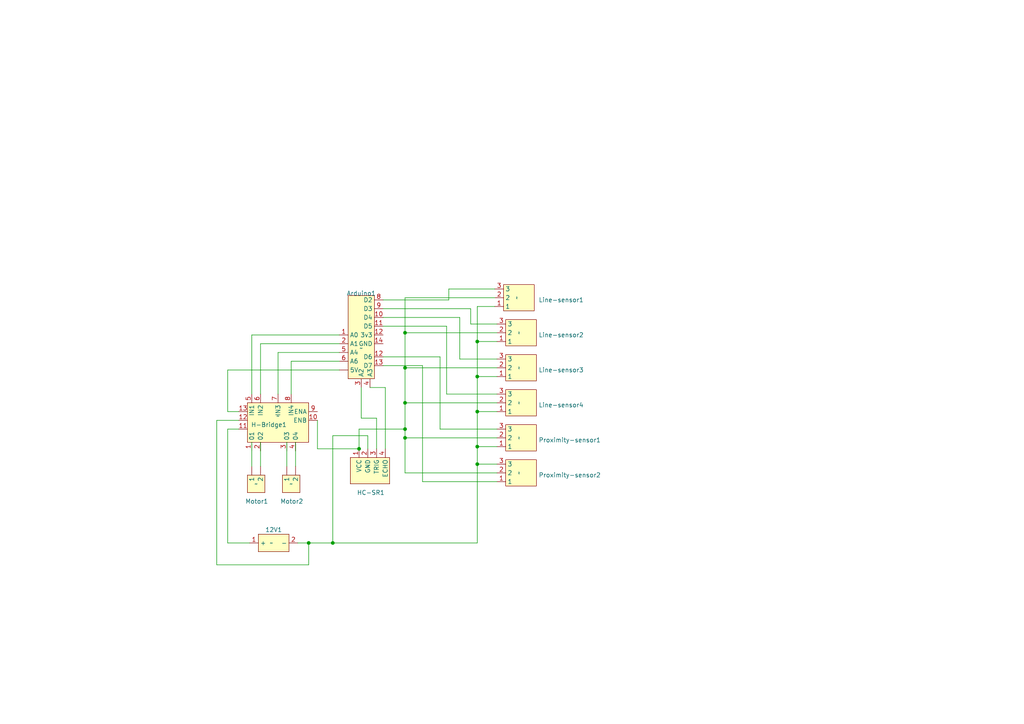
<source format=kicad_sch>
(kicad_sch (version 20230121) (generator eeschema)
  (paper "A4")
  (lib_symbols
    (symbol "Line_follower_lib:Arduino_Nano_33_IoT"
      (property "Reference" "Arduino" (at -1.27 8.89 90))
      (symbol "Arduino_Nano_33_IoT_0_1"
        (rectangle (start -3.81 15.24) (end 3.81 -8.89) (fill (type background)))
      )
      (symbol "Arduino_Nano_33_IoT_1_1"
        (pin input line (at -6.35 -6.35 0) (length 2.54) (name "5V") (number ""))
        (pin bidirectional line (at -6.35 3.81 0) (length 2.54) (name "A0") (number "1"))
        (pin bidirectional line (at 6.35 8.89 180) (length 2.54) (name "D4") (number "10"))
        (pin bidirectional line (at 6.35 6.35 180) (length 2.54) (name "D5") (number "11"))
        (pin bidirectional line (at 6.35 3.81 180) (length 2.54) (name "3v3") (number "12"))
        (pin bidirectional line (at 6.35 -2.54 180) (length 2.54) (name "D6") (number "12"))
        (pin bidirectional line (at 6.35 -5.08 180) (length 2.54) (name "D7") (number "13"))
        (pin bidirectional line (at 6.35 1.27 180) (length 2.54) (name "GND") (number "14"))
        (pin bidirectional line (at -6.35 1.27 0) (length 2.54) (name "A1") (number "2"))
        (pin bidirectional line (at 0 -11.43 90) (length 2.54) (name "A2") (number "3"))
        (pin bidirectional line (at 2.54 -11.43 90) (length 2.54) (name "A3") (number "4"))
        (pin bidirectional line (at -6.35 -1.27 0) (length 2.54) (name "A4") (number "5"))
        (pin bidirectional line (at -6.35 -3.81 0) (length 2.54) (name "A6") (number "6"))
        (pin bidirectional line (at 6.35 13.97 180) (length 2.54) (name "D2") (number "8"))
        (pin bidirectional line (at 6.35 11.43 180) (length 2.54) (name "D3") (number "9"))
      )
    )
    (symbol "Line_follower_lib:Battery"
      (property "Reference" "12V" (at 0 0 0))
      (symbol "Battery_0_1"
        (rectangle (start -3.81 2.54) (end 5.08 -2.54) (fill (type background)))
      )
      (symbol "Battery_1_1"
        (pin output line (at -6.35 0 0) (length 2.54) (name "+") (number "1"))
        (pin output line (at 7.62 0 180) (length 2.54) (name "-") (number "2"))
      )
    )
    (symbol "Line_follower_lib:H-Bridge"
      (property "Reference" "H-Bridge" (at -2.54 -1.27 0))
      (symbol "H-Bridge_0_1"
        (rectangle (start -8.89 3.81) (end 8.89 -7.62) (fill (type background)))
      )
      (symbol "H-Bridge_1_1"
        (pin output line (at -7.62 -10.16 90) (length 2.54) (name "01") (number "1"))
        (pin bidirectional line (at 11.43 -1.27 180) (length 2.54) (name "ENB") (number "10"))
        (pin output line (at -11.43 -3.81 0) (length 2.54) (name "") (number "11"))
        (pin output line (at -11.43 -1.27 0) (length 2.54) (name "") (number "12"))
        (pin output line (at -11.43 1.27 0) (length 2.54) (name "") (number "13"))
        (pin output line (at -5.08 -10.16 90) (length 2.54) (name "02") (number "2"))
        (pin output line (at 2.54 -10.16 90) (length 2.54) (name "03") (number "3"))
        (pin output line (at 5.08 -10.16 90) (length 2.54) (name "04") (number "4"))
        (pin input line (at -7.62 6.35 270) (length 2.54) (name "IN1") (number "5"))
        (pin input line (at -5.08 6.35 270) (length 2.54) (name "IN2") (number "6"))
        (pin input line (at 0 6.35 270) (length 2.54) (name "IN3") (number "7"))
        (pin input line (at 3.81 6.35 270) (length 2.54) (name "IN4") (number "8"))
        (pin bidirectional line (at 11.43 1.27 180) (length 2.54) (name "ENA") (number "9"))
      )
    )
    (symbol "Line_follower_lib:HC-SR04"
      (property "Reference" "HC-SR04" (at 0 -3.81 0))
      (symbol "HC-SR04_0_1"
        (rectangle (start -5.08 2.54) (end 6.35 -5.08) (fill (type background)))
      )
      (symbol "HC-SR04_1_1"
        (pin bidirectional line (at -2.54 5.08 270) (length 2.54) (name "VCC") (number "1"))
        (pin bidirectional line (at 0 5.08 270) (length 2.54) (name "GND") (number "2"))
        (pin bidirectional line (at 2.54 5.08 270) (length 2.54) (name "TRIG") (number "3"))
        (pin bidirectional line (at 5.08 5.08 270) (length 2.54) (name "ECHO") (number "4"))
      )
    )
    (symbol "Line_follower_lib:Motor"
      (property "Reference" "M" (at 0 -1.27 0))
      (symbol "Motor_0_1"
        (rectangle (start -2.54 2.54) (end 2.54 -2.54) (fill (type background)))
      )
      (symbol "Motor_1_1"
        (pin bidirectional line (at -1.27 5.08 270) (length 2.54) (name "1") (number ""))
        (pin bidirectional line (at 1.27 5.08 270) (length 2.54) (name "2") (number ""))
      )
    )
    (symbol "Line_follower_lib:Sensor"
      (property "Reference" "Sensor" (at 0 -1.27 90))
      (symbol "Sensor_0_1"
        (rectangle (start -3.81 3.81) (end 3.81 -5.08) (fill (type background)))
      )
      (symbol "Sensor_1_1"
        (pin bidirectional line (at -2.54 6.35 270) (length 2.54) (name "1") (number "1"))
        (pin bidirectional line (at 0 6.35 270) (length 2.54) (name "2") (number "2"))
        (pin bidirectional line (at 2.54 6.35 270) (length 2.54) (name "3") (number "3"))
      )
    )
  )
  (junction (at 104.14 130.175))
  (junction (at 117.475 116.84))
  (junction (at 138.43 119.38))
  (junction (at 117.475 106.68))
  (junction (at 138.43 109.22))
  (junction (at 89.535 157.48))
  (junction (at 117.475 96.52))
  (junction (at 117.475 127))
  (junction (at 96.52 157.48))
  (junction (at 138.43 99.06))
  (junction (at 117.475 124.46))
  (junction (at 138.43 134.62))
  (junction (at 138.43 129.54))
  (wire (pts (xy 104.775 121.285) (xy 109.22 121.285)))
  (wire (pts (xy 138.43 134.62) (xy 144.145 134.62)))
  (wire (pts (xy 117.475 106.68) (xy 144.145 106.68)))
  (wire (pts (xy 117.475 86.36) (xy 117.475 96.52)))
  (wire (pts (xy 62.865 121.92) (xy 69.215 121.92)))
  (wire (pts (xy 117.475 96.52) (xy 144.145 96.52)))
  (wire (pts (xy 138.43 119.38) (xy 138.43 129.54)))
  (wire (pts (xy 104.14 130.175) (xy 92.075 130.175)))
  (wire (pts (xy 130.175 83.82) (xy 143.51 83.82)))
  (wire (pts (xy 73.025 97.155) (xy 73.025 114.3)))
  (wire (pts (xy 66.04 124.46) (xy 69.215 124.46)))
  (wire (pts (xy 98.425 99.695) (xy 75.565 99.695)))
  (wire (pts (xy 117.475 124.46) (xy 104.14 124.46)))
  (wire (pts (xy 138.43 109.22) (xy 138.43 119.38)))
  (wire (pts (xy 117.475 116.84) (xy 144.145 116.84)))
  (wire (pts (xy 117.475 116.84) (xy 117.475 124.46)))
  (wire (pts (xy 107.315 112.395) (xy 111.76 112.395)))
  (wire (pts (xy 72.39 157.48) (xy 66.04 157.48)))
  (wire (pts (xy 122.555 106.045) (xy 122.555 139.7)))
  (wire (pts (xy 138.43 129.54) (xy 138.43 134.62)))
  (wire (pts (xy 104.14 124.46) (xy 104.14 130.175)))
  (wire (pts (xy 80.645 102.235) (xy 80.645 114.3)))
  (wire (pts (xy 138.43 99.06) (xy 144.145 99.06)))
  (wire (pts (xy 133.35 92.075) (xy 133.35 104.14)))
  (wire (pts (xy 98.425 102.235) (xy 80.645 102.235)))
  (wire (pts (xy 138.43 134.62) (xy 138.43 157.48)))
  (wire (pts (xy 144.145 137.16) (xy 117.475 137.16)))
  (wire (pts (xy 96.52 126.365) (xy 96.52 157.48)))
  (wire (pts (xy 136.525 89.535) (xy 136.525 93.98)))
  (wire (pts (xy 129.54 114.3) (xy 144.145 114.3)))
  (wire (pts (xy 143.51 88.9) (xy 138.43 88.9)))
  (wire (pts (xy 133.35 104.14) (xy 144.145 104.14)))
  (wire (pts (xy 66.04 107.315) (xy 66.04 119.38)))
  (wire (pts (xy 143.51 86.36) (xy 117.475 86.36)))
  (wire (pts (xy 109.22 121.285) (xy 109.22 130.175)))
  (wire (pts (xy 136.525 93.98) (xy 144.145 93.98)))
  (wire (pts (xy 106.68 126.365) (xy 96.52 126.365)))
  (wire (pts (xy 138.43 99.06) (xy 138.43 109.22)))
  (wire (pts (xy 62.865 163.83) (xy 62.865 121.92)))
  (wire (pts (xy 111.125 106.045) (xy 122.555 106.045)))
  (wire (pts (xy 98.425 97.155) (xy 73.025 97.155)))
  (wire (pts (xy 111.125 86.995) (xy 130.175 86.995)))
  (wire (pts (xy 111.125 103.505) (xy 127.635 103.505)))
  (wire (pts (xy 73.025 128.27) (xy 73.025 135.255)))
  (wire (pts (xy 89.535 157.48) (xy 89.535 163.83)))
  (wire (pts (xy 75.565 128.27) (xy 75.565 135.255)))
  (wire (pts (xy 138.43 157.48) (xy 96.52 157.48)))
  (wire (pts (xy 117.475 106.68) (xy 117.475 116.84)))
  (wire (pts (xy 127.635 124.46) (xy 144.145 124.46)))
  (wire (pts (xy 89.535 163.83) (xy 62.865 163.83)))
  (wire (pts (xy 130.175 86.995) (xy 130.175 83.82)))
  (wire (pts (xy 122.555 139.7) (xy 144.145 139.7)))
  (wire (pts (xy 66.04 157.48) (xy 66.04 124.46)))
  (wire (pts (xy 111.76 112.395) (xy 111.76 130.175)))
  (wire (pts (xy 92.075 130.175) (xy 92.075 121.92)))
  (wire (pts (xy 111.125 89.535) (xy 136.525 89.535)))
  (wire (pts (xy 86.36 157.48) (xy 89.535 157.48)))
  (wire (pts (xy 117.475 127) (xy 117.475 124.46)))
  (wire (pts (xy 98.425 107.315) (xy 66.04 107.315)))
  (wire (pts (xy 138.43 109.22) (xy 144.145 109.22)))
  (wire (pts (xy 127.635 103.505) (xy 127.635 124.46)))
  (wire (pts (xy 138.43 88.9) (xy 138.43 99.06)))
  (wire (pts (xy 111.125 92.075) (xy 133.35 92.075)))
  (wire (pts (xy 117.475 96.52) (xy 117.475 106.68)))
  (wire (pts (xy 117.475 137.16) (xy 117.475 127)))
  (wire (pts (xy 138.43 119.38) (xy 144.145 119.38)))
  (wire (pts (xy 85.725 128.27) (xy 85.725 135.255)))
  (wire (pts (xy 106.68 130.175) (xy 106.68 126.365)))
  (wire (pts (xy 98.425 104.775) (xy 84.455 104.775)))
  (wire (pts (xy 104.775 112.395) (xy 104.775 121.285)))
  (wire (pts (xy 144.145 127) (xy 117.475 127)))
  (wire (pts (xy 111.125 94.615) (xy 129.54 94.615)))
  (wire (pts (xy 66.04 119.38) (xy 69.215 119.38)))
  (wire (pts (xy 138.43 129.54) (xy 144.145 129.54)))
  (wire (pts (xy 75.565 99.695) (xy 75.565 114.3)))
  (wire (pts (xy 129.54 94.615) (xy 129.54 114.3)))
  (wire (pts (xy 83.185 128.27) (xy 83.185 135.255)))
  (wire (pts (xy 84.455 104.775) (xy 84.455 114.3)))
  (wire (pts (xy 96.52 157.48) (xy 89.535 157.48)))
  (symbol (lib_id "Line_follower_lib:Sensor") (at 150.495 116.84 90) (unit 1)
    (property "Reference" "Line-sensor4" (at 156.21 117.475 90) (effects (justify right)))
    (property "Value" "~" (at 150.495 116.84 0))
  )
  (symbol (lib_id "Line_follower_lib:Motor") (at 84.455 140.335 0) (unit 1)
    (property "Reference" "Motor2" (at 81.28 145.415 0) (effects (justify left)))
    (property "Value" "~" (at 84.455 140.335 0))
  )
  (symbol (lib_id "Line_follower_lib:Arduino_Nano_33_IoT") (at 104.775 100.965 0) (unit 1)
    (property "Reference" "Arduino1" (at 104.775 85.09 0))
    (property "Value" "~" (at 104.775 100.965 0))
  )
  (symbol (lib_id "Line_follower_lib:Sensor") (at 150.495 127 90) (unit 1)
    (property "Reference" "Proximity-sensor1" (at 156.21 127.635 90) (effects (justify right)))
    (property "Value" "~" (at 150.495 127 0))
  )
  (symbol (lib_id "Line_follower_lib:H-Bridge") (at 80.645 120.65 0) (unit 1)
    (property "Reference" "H-Bridge1" (at 83.185 123.19 0) (effects (justify right)))
    (property "Value" "~" (at 80.645 120.65 0))
  )
  (symbol (lib_id "Line_follower_lib:HC-SR04") (at 106.68 135.255 0) (unit 1)
    (property "Reference" "HC-SR1" (at 103.505 142.875 0) (effects (justify left)))
    (property "Value" "~" (at 106.68 135.255 0))
  )
  (symbol (lib_id "Line_follower_lib:Sensor") (at 150.495 106.68 90) (unit 1)
    (property "Reference" "Line-sensor3" (at 156.21 107.315 90) (effects (justify right)))
    (property "Value" "~" (at 150.495 106.68 0))
  )
  (symbol (lib_id "Line_follower_lib:Battery") (at 78.74 157.48 0) (unit 1)
    (property "Reference" "12V1" (at 79.375 153.67 0))
    (property "Value" "~" (at 78.74 157.48 0))
  )
  (symbol (lib_id "Line_follower_lib:Sensor") (at 149.86 86.36 90) (unit 1)
    (property "Reference" "Line-sensor1" (at 156.21 86.995 90) (effects (justify right)))
    (property "Value" "~" (at 149.86 86.36 0))
  )
  (symbol (lib_id "Line_follower_lib:Sensor") (at 150.495 96.52 90) (unit 1)
    (property "Reference" "Line-sensor2" (at 156.21 97.155 90) (effects (justify right)))
    (property "Value" "~" (at 150.495 96.52 0))
  )
  (symbol (lib_id "Line_follower_lib:Sensor") (at 150.495 137.16 90) (unit 1)
    (property "Reference" "Proximity-sensor2" (at 156.21 137.795 90) (effects (justify right)))
    (property "Value" "~" (at 150.495 137.16 0))
  )
  (symbol (lib_id "Line_follower_lib:Motor") (at 74.295 140.335 0) (unit 1)
    (property "Reference" "Motor1" (at 71.12 145.415 0) (effects (justify left)))
    (property "Value" "~" (at 74.295 140.335 0))
  )
)
</source>
